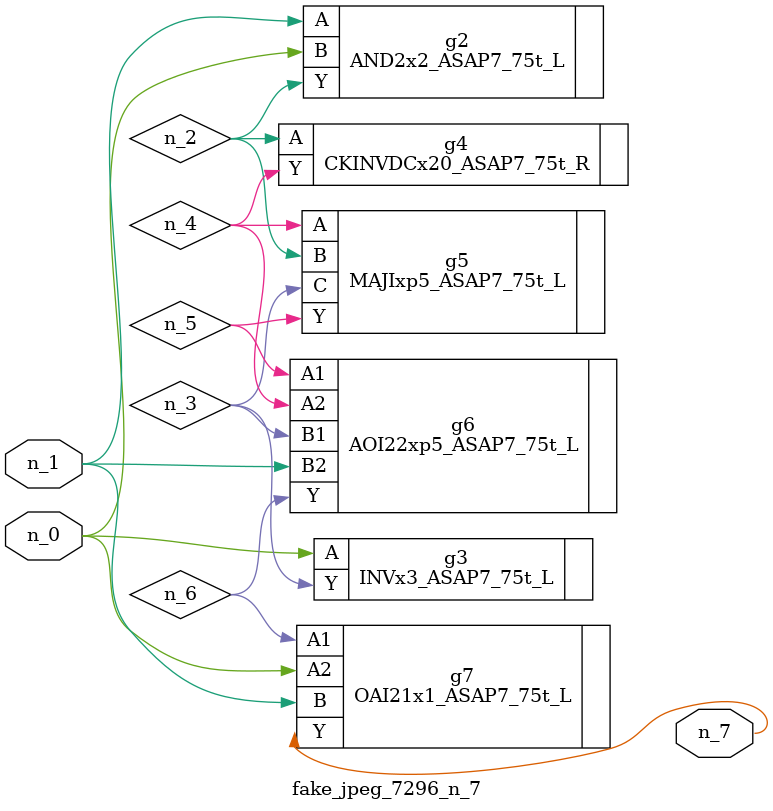
<source format=v>
module fake_jpeg_7296_n_7 (n_0, n_1, n_7);

input n_0;
input n_1;

output n_7;

wire n_3;
wire n_2;
wire n_4;
wire n_6;
wire n_5;

AND2x2_ASAP7_75t_L g2 ( 
.A(n_1),
.B(n_0),
.Y(n_2)
);

INVx3_ASAP7_75t_L g3 ( 
.A(n_0),
.Y(n_3)
);

CKINVDCx20_ASAP7_75t_R g4 ( 
.A(n_2),
.Y(n_4)
);

MAJIxp5_ASAP7_75t_L g5 ( 
.A(n_4),
.B(n_2),
.C(n_3),
.Y(n_5)
);

AOI22xp5_ASAP7_75t_L g6 ( 
.A1(n_5),
.A2(n_4),
.B1(n_3),
.B2(n_1),
.Y(n_6)
);

OAI21x1_ASAP7_75t_L g7 ( 
.A1(n_6),
.A2(n_0),
.B(n_1),
.Y(n_7)
);


endmodule
</source>
